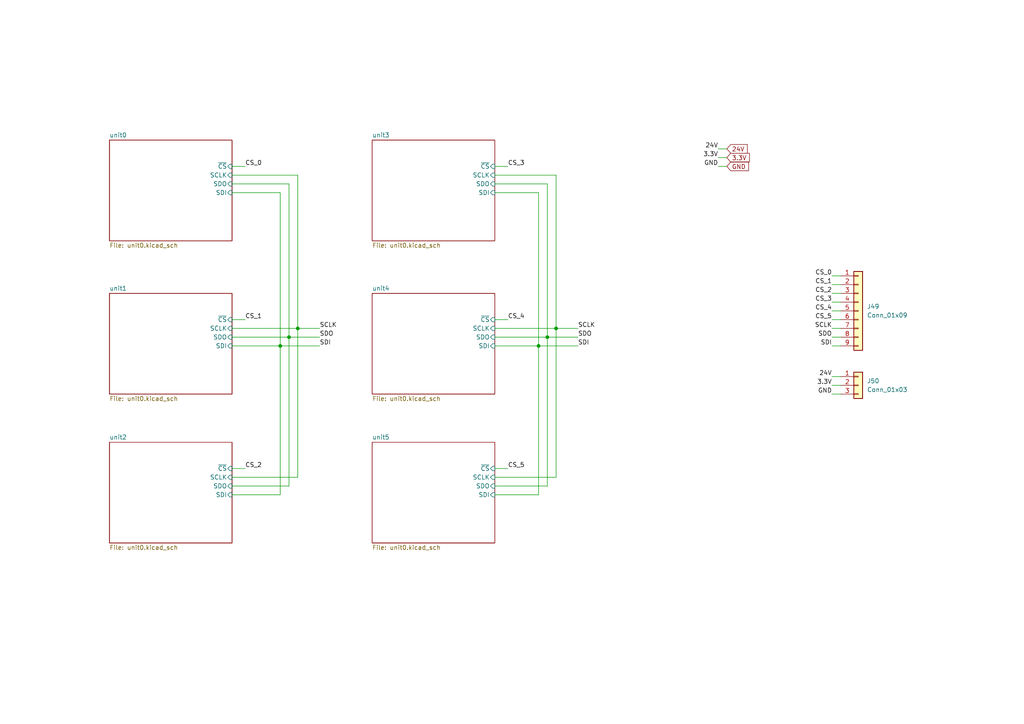
<source format=kicad_sch>
(kicad_sch (version 20211123) (generator eeschema)
  (paper "A4")
  (lib_symbols
    (symbol "Connector_Generic:Conn_01x03" (pin_names (offset 1.016) hide)
      (property "Reference" "J" (at 0 5.08 0))
      (property "Value" "Conn_01x03" (at 0 -5.08 0))
      (symbol "Conn_01x03_1_1"
        (rectangle (start -1.27 -2.413) (end 0 -2.667) (stroke (width 0.1524)))
        (rectangle (start -1.27 0.127) (end 0 -0.127) (stroke (width 0.1524)))
        (rectangle (start -1.27 2.667) (end 0 2.413) (stroke (width 0.1524)))
        (rectangle (start -1.27 3.81) (end 1.27 -3.81) (stroke (width 0.254)) (fill (type background)))
        (pin passive line (at -5.08 2.54 0) (length 3.81) (name "Pin_1") (number "1"))
        (pin passive line (at -5.08 0 0) (length 3.81) (name "Pin_2") (number "2"))
        (pin passive line (at -5.08 -2.54 0) (length 3.81) (name "Pin_3") (number "3"))
      )
    )
    (symbol "Connector_Generic:Conn_01x09" (pin_names (offset 1.016) hide)
      (property "Reference" "J" (at 0 12.7 0))
      (property "Value" "Conn_01x09" (at 0 -12.7 0))
      (symbol "Conn_01x09_1_1"
        (rectangle (start -1.27 -10.033) (end 0 -10.287) (stroke (width 0.1524)))
        (rectangle (start -1.27 -7.493) (end 0 -7.747) (stroke (width 0.1524)))
        (rectangle (start -1.27 -4.953) (end 0 -5.207) (stroke (width 0.1524)))
        (rectangle (start -1.27 -2.413) (end 0 -2.667) (stroke (width 0.1524)))
        (rectangle (start -1.27 0.127) (end 0 -0.127) (stroke (width 0.1524)))
        (rectangle (start -1.27 2.667) (end 0 2.413) (stroke (width 0.1524)))
        (rectangle (start -1.27 5.207) (end 0 4.953) (stroke (width 0.1524)))
        (rectangle (start -1.27 7.747) (end 0 7.493) (stroke (width 0.1524)))
        (rectangle (start -1.27 10.287) (end 0 10.033) (stroke (width 0.1524)))
        (rectangle (start -1.27 11.43) (end 1.27 -11.43) (stroke (width 0.254)) (fill (type background)))
        (pin passive line (at -5.08 10.16 0) (length 3.81) (name "Pin_1") (number "1"))
        (pin passive line (at -5.08 7.62 0) (length 3.81) (name "Pin_2") (number "2"))
        (pin passive line (at -5.08 5.08 0) (length 3.81) (name "Pin_3") (number "3"))
        (pin passive line (at -5.08 2.54 0) (length 3.81) (name "Pin_4") (number "4"))
        (pin passive line (at -5.08 0 0) (length 3.81) (name "Pin_5") (number "5"))
        (pin passive line (at -5.08 -2.54 0) (length 3.81) (name "Pin_6") (number "6"))
        (pin passive line (at -5.08 -5.08 0) (length 3.81) (name "Pin_7") (number "7"))
        (pin passive line (at -5.08 -7.62 0) (length 3.81) (name "Pin_8") (number "8"))
        (pin passive line (at -5.08 -10.16 0) (length 3.81) (name "Pin_9") (number "9"))
      )
    )
  )
  (junction (at 161.29 95.25))
  (junction (at 83.82 97.79))
  (junction (at 158.75 97.79))
  (junction (at 156.21 100.33))
  (junction (at 81.28 100.33))
  (junction (at 86.36 95.25))
  (wire (pts (xy 158.75 97.79) (xy 158.75 53.34)))
  (wire (pts (xy 81.28 100.33) (xy 92.71 100.33)))
  (wire (pts (xy 241.3 87.63) (xy 243.84 87.63)))
  (wire (pts (xy 81.28 143.51) (xy 81.28 100.33)))
  (wire (pts (xy 86.36 50.8) (xy 86.36 95.25)))
  (wire (pts (xy 86.36 95.25) (xy 92.71 95.25)))
  (wire (pts (xy 67.31 95.25) (xy 86.36 95.25)))
  (wire (pts (xy 83.82 97.79) (xy 83.82 53.34)))
  (wire (pts (xy 67.31 48.26) (xy 71.12 48.26)))
  (wire (pts (xy 67.31 50.8) (xy 86.36 50.8)))
  (wire (pts (xy 208.28 45.72) (xy 210.82 45.72)))
  (wire (pts (xy 241.3 114.3) (xy 243.84 114.3)))
  (wire (pts (xy 161.29 50.8) (xy 161.29 95.25)))
  (wire (pts (xy 156.21 55.88) (xy 156.21 100.33)))
  (wire (pts (xy 67.31 97.79) (xy 83.82 97.79)))
  (wire (pts (xy 143.51 95.25) (xy 161.29 95.25)))
  (wire (pts (xy 67.31 140.97) (xy 83.82 140.97)))
  (wire (pts (xy 241.3 95.25) (xy 243.84 95.25)))
  (wire (pts (xy 241.3 82.55) (xy 243.84 82.55)))
  (wire (pts (xy 83.82 53.34) (xy 67.31 53.34)))
  (wire (pts (xy 143.51 55.88) (xy 156.21 55.88)))
  (wire (pts (xy 161.29 95.25) (xy 167.64 95.25)))
  (wire (pts (xy 86.36 95.25) (xy 86.36 138.43)))
  (wire (pts (xy 143.51 50.8) (xy 161.29 50.8)))
  (wire (pts (xy 208.28 48.26) (xy 210.82 48.26)))
  (wire (pts (xy 158.75 140.97) (xy 158.75 97.79)))
  (wire (pts (xy 156.21 100.33) (xy 156.21 143.51)))
  (wire (pts (xy 83.82 97.79) (xy 92.71 97.79)))
  (wire (pts (xy 67.31 100.33) (xy 81.28 100.33)))
  (wire (pts (xy 143.51 100.33) (xy 156.21 100.33)))
  (wire (pts (xy 143.51 97.79) (xy 158.75 97.79)))
  (wire (pts (xy 143.51 140.97) (xy 158.75 140.97)))
  (wire (pts (xy 241.3 80.01) (xy 243.84 80.01)))
  (wire (pts (xy 83.82 140.97) (xy 83.82 97.79)))
  (wire (pts (xy 156.21 143.51) (xy 143.51 143.51)))
  (wire (pts (xy 241.3 109.22) (xy 243.84 109.22)))
  (wire (pts (xy 81.28 100.33) (xy 81.28 55.88)))
  (wire (pts (xy 161.29 138.43) (xy 143.51 138.43)))
  (wire (pts (xy 67.31 143.51) (xy 81.28 143.51)))
  (wire (pts (xy 161.29 95.25) (xy 161.29 138.43)))
  (wire (pts (xy 143.51 92.71) (xy 147.32 92.71)))
  (wire (pts (xy 67.31 92.71) (xy 71.12 92.71)))
  (wire (pts (xy 158.75 97.79) (xy 167.64 97.79)))
  (wire (pts (xy 156.21 100.33) (xy 167.64 100.33)))
  (wire (pts (xy 86.36 138.43) (xy 67.31 138.43)))
  (wire (pts (xy 241.3 100.33) (xy 243.84 100.33)))
  (wire (pts (xy 81.28 55.88) (xy 67.31 55.88)))
  (wire (pts (xy 143.51 135.89) (xy 147.32 135.89)))
  (wire (pts (xy 158.75 53.34) (xy 143.51 53.34)))
  (wire (pts (xy 67.31 135.89) (xy 71.12 135.89)))
  (wire (pts (xy 143.51 48.26) (xy 147.32 48.26)))
  (wire (pts (xy 241.3 111.76) (xy 243.84 111.76)))
  (wire (pts (xy 208.28 43.18) (xy 210.82 43.18)))
  (wire (pts (xy 241.3 85.09) (xy 243.84 85.09)))
  (wire (pts (xy 241.3 92.71) (xy 243.84 92.71)))
  (wire (pts (xy 241.3 97.79) (xy 243.84 97.79)))
  (wire (pts (xy 241.3 90.17) (xy 243.84 90.17)))
  (label "SDO" (at 241.3 97.79 180))
  (label "CS_4" (at 241.3 90.17 180))
  (label "24V" (at 241.3 109.22 180))
  (label "CS_1" (at 241.3 82.55 180))
  (label "3.3V" (at 208.28 45.72 180))
  (label "CS_0" (at 241.3 80.01 180))
  (label "CS_3" (at 147.32 48.26 0))
  (label "SDO" (at 167.64 97.79 0))
  (label "SCLK" (at 167.64 95.25 0))
  (label "CS_5" (at 147.32 135.89 0))
  (label "CS_3" (at 241.3 87.63 180))
  (label "CS_2" (at 71.12 135.89 0))
  (label "24V" (at 208.28 43.18 180))
  (label "GND" (at 208.28 48.26 180))
  (label "3.3V" (at 241.3 111.76 180))
  (label "CS_4" (at 147.32 92.71 0))
  (label "CS_5" (at 241.3 92.71 180))
  (label "CS_1" (at 71.12 92.71 0))
  (label "SDI" (at 92.71 100.33 0))
  (label "GND" (at 241.3 114.3 180))
  (label "SDI" (at 241.3 100.33 180))
  (label "CS_2" (at 241.3 85.09 180))
  (label "SCLK" (at 241.3 95.25 180))
  (label "SDO" (at 92.71 97.79 0))
  (label "CS_0" (at 71.12 48.26 0))
  (label "SCLK" (at 92.71 95.25 0))
  (label "SDI" (at 167.64 100.33 0))
  (global_label "3.3V" (shape input) (at 210.82 45.72 0) (property "Intersheet References" "${INTERSHEET_REFS}" (effects hide)))
  (global_label "24V" (shape input) (at 210.82 43.18 0) (property "Intersheet References" "${INTERSHEET_REFS}" (effects hide)))
  (global_label "GND" (shape input) (at 210.82 48.26 0) (property "Intersheet References" "${INTERSHEET_REFS}" (effects hide)))
  (symbol (lib_id "Connector_Generic:Conn_01x09") (at 248.92 90.17 0) (unit 1)
    (property "Reference" "J49" (at 251.46 88.8999 0) (effects (justify left)))
    (property "Value" "Conn_01x09" (at 251.46 91.4399 0) (effects (justify left)))
    (property "Footprint" "Connector_Molex:Molex_PicoBlade_53261-0971_1x09-1MP_P1.25mm_Horizontal" (effects hide))
    (property "LCSC" "C379029" (effects hide))
  )
  (symbol (lib_id "Connector_Generic:Conn_01x03") (at 248.92 111.76 0) (unit 1)
    (property "Reference" "J50" (at 251.46 110.4899 0) (effects (justify left)))
    (property "Value" "Conn_01x03" (at 251.46 113.0299 0) (effects (justify left)))
    (property "Footprint" "Connector_Molex:Molex_Micro-Fit_3.0_43650-0310_1x03-1MP_P3.00mm_Horizontal" (effects hide))
    (property "LCSC" "C2882762" (effects hide))
  )
  (sheet (at 31.75 40.64) (size 35.56 29.21) (stroke (width 0.1524))
    (property "Sheet name" "unit0" (at 31.75 39.9284 0) (effects (justify left bottom)))
    (property "Sheet file" "unit0.kicad_sch" (at 31.75 70.4346 0) (effects (justify left top)))
    (pin "SDI" input (at 67.31 55.88 0))
    (pin "~{CS}" input (at 67.31 48.26 0))
    (pin "SDO" input (at 67.31 53.34 0))
    (pin "SCLK" input (at 67.31 50.8 0))
  )
  (sheet (at 31.75 85.09) (size 35.56 29.21) (stroke (width 0.1524))
    (property "Sheet name" "unit1" (at 31.75 84.3784 0) (effects (justify left bottom)))
    (property "Sheet file" "unit0.kicad_sch" (at 31.75 114.8846 0) (effects (justify left top)))
    (pin "SDI" input (at 67.31 100.33 0))
    (pin "~{CS}" input (at 67.31 92.71 0))
    (pin "SDO" input (at 67.31 97.79 0))
    (pin "SCLK" input (at 67.31 95.25 0))
  )
  (sheet (at 107.95 85.09) (size 35.56 29.21) (stroke (width 0.1524))
    (property "Sheet name" "unit4" (at 107.95 84.3784 0) (effects (justify left bottom)))
    (property "Sheet file" "unit0.kicad_sch" (at 107.95 114.8846 0) (effects (justify left top)))
    (pin "SDI" input (at 143.51 100.33 0))
    (pin "~{CS}" input (at 143.51 92.71 0))
    (pin "SDO" input (at 143.51 97.79 0))
    (pin "SCLK" input (at 143.51 95.25 0))
  )
  (sheet (at 31.75 128.27) (size 35.56 29.21) (stroke (width 0.1524))
    (property "Sheet name" "unit2" (at 31.75 127.5584 0) (effects (justify left bottom)))
    (property "Sheet file" "unit0.kicad_sch" (at 31.75 158.0646 0) (effects (justify left top)))
    (pin "SDI" input (at 67.31 143.51 0))
    (pin "~{CS}" input (at 67.31 135.89 0))
    (pin "SDO" input (at 67.31 140.97 0))
    (pin "SCLK" input (at 67.31 138.43 0))
  )
  (sheet (at 107.95 40.64) (size 35.56 29.21) (stroke (width 0.1524))
    (property "Sheet name" "unit3" (at 107.95 39.9284 0) (effects (justify left bottom)))
    (property "Sheet file" "unit0.kicad_sch" (at 107.95 70.4346 0) (effects (justify left top)))
    (pin "SDI" input (at 143.51 55.88 0))
    (pin "~{CS}" input (at 143.51 48.26 0))
    (pin "SDO" input (at 143.51 53.34 0))
    (pin "SCLK" input (at 143.51 50.8 0))
  )
  (sheet (at 107.95 128.27) (size 35.56 29.21) (stroke (width 0.1524))
    (property "Sheet name" "unit5" (at 107.95 127.5584 0) (effects (justify left bottom)))
    (property "Sheet file" "unit0.kicad_sch" (at 107.95 158.0646 0) (effects (justify left top)))
    (pin "SDI" input (at 143.51 143.51 0))
    (pin "~{CS}" input (at 143.51 135.89 0))
    (pin "SDO" input (at 143.51 140.97 0))
    (pin "SCLK" input (at 143.51 138.43 0))
  )
)
</source>
